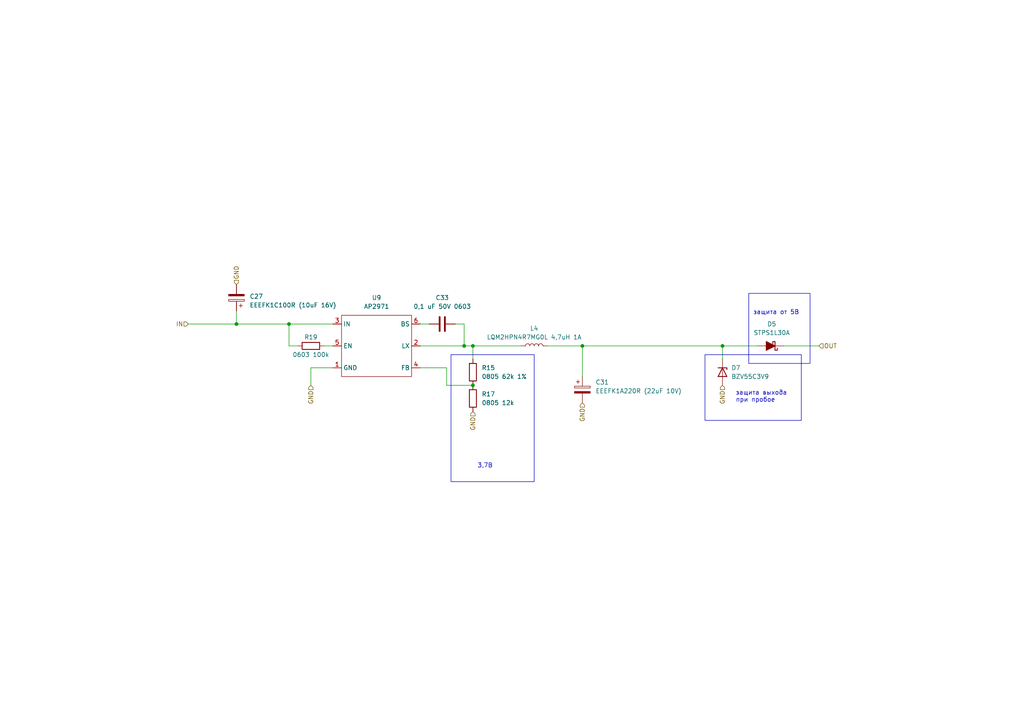
<source format=kicad_sch>
(kicad_sch (version 20230121) (generator eeschema)
  (paper "A4")
  (lib_symbols
    (symbol "Device:C" (pin_numbers hide) (pin_names (offset 0.254))
      (property "Reference" "C" (at 0.635 2.54 0))
      (property "Value" "C" (at 0.635 -2.54 0))
      (symbol "C_0_1"
        (polyline (pts (xy -2.032 -0.762) (xy 2.032 -0.762)) (stroke (width 0.508)))
        (polyline (pts (xy -2.032 0.762) (xy 2.032 0.762)) (stroke (width 0.508)))
      )
      (symbol "C_1_1"
        (pin passive line (at 0 3.81 270) (length 2.794) (name "~") (number "1"))
        (pin passive line (at 0 -3.81 90) (length 2.794) (name "~") (number "2"))
      )
    )
    (symbol "Device:C_Polarized" (pin_numbers hide) (pin_names (offset 0.254))
      (property "Reference" "C" (at 0.635 2.54 0))
      (property "Value" "C_Polarized" (at 0.635 -2.54 0))
      (symbol "C_Polarized_0_1"
        (rectangle (start -2.286 0.508) (end 2.286 1.016))
        (polyline (pts (xy -1.778 2.286) (xy -0.762 2.286)))
        (polyline (pts (xy -1.27 2.794) (xy -1.27 1.778)))
        (rectangle (start 2.286 -0.508) (end -2.286 -1.016) (fill (type outline)))
      )
      (symbol "C_Polarized_1_1"
        (pin passive line (at 0 3.81 270) (length 2.794) (name "~") (number "1"))
        (pin passive line (at 0 -3.81 90) (length 2.794) (name "~") (number "2"))
      )
    )
    (symbol "Device:L" (pin_numbers hide) (pin_names (offset 1.016) hide)
      (property "Reference" "L" (at -1.27 0 90))
      (property "Value" "L" (at 1.905 0 90))
      (symbol "L_0_1"
        (arc (start 0 -2.54) (mid 0.6323 -1.905) (end 0 -1.27))
        (arc (start 0 -1.27) (mid 0.6323 -0.635) (end 0 0))
        (arc (start 0 0) (mid 0.6323 0.635) (end 0 1.27))
        (arc (start 0 1.27) (mid 0.6323 1.905) (end 0 2.54))
      )
      (symbol "L_1_1"
        (pin passive line (at 0 3.81 270) (length 1.27) (name "1") (number "1"))
        (pin passive line (at 0 -3.81 90) (length 1.27) (name "2") (number "2"))
      )
    )
    (symbol "Device:R" (pin_numbers hide) (pin_names (offset 0))
      (property "Reference" "R" (at 2.032 0 90))
      (property "Value" "R" (at 0 0 90))
      (symbol "R_0_1"
        (rectangle (start -1.016 -2.54) (end 1.016 2.54) (stroke (width 0.254)))
      )
      (symbol "R_1_1"
        (pin passive line (at 0 3.81 270) (length 1.27) (name "~") (number "1"))
        (pin passive line (at 0 -3.81 90) (length 1.27) (name "~") (number "2"))
      )
    )
    (symbol "Diode:BZV55C3V9" (pin_numbers hide) (pin_names hide)
      (property "Reference" "D" (at 0 2.54 0))
      (property "Value" "BZV55C3V9" (at 0 -2.54 0))
      (symbol "BZV55C3V9_0_1"
        (polyline (pts (xy 1.27 0) (xy -1.27 0)))
        (polyline (pts (xy -1.27 -1.27) (xy -1.27 1.27) (xy -0.762 1.27)) (stroke (width 0.254)))
        (polyline (pts (xy 1.27 -1.27) (xy 1.27 1.27) (xy -1.27 0) (xy 1.27 -1.27)) (stroke (width 0.254)))
      )
      (symbol "BZV55C3V9_1_1"
        (pin passive line (at -3.81 0 0) (length 2.54) (name "K") (number "1"))
        (pin passive line (at 3.81 0 180) (length 2.54) (name "A") (number "2"))
      )
    )
    (symbol "PCM_Diode_Schottky_AKL:STPS1L30A" (pin_numbers hide) (pin_names (offset 1.016) hide)
      (property "Reference" "D" (at 0 5.08 0))
      (property "Value" "STPS1L30A" (at 0 2.54 0))
      (symbol "STPS1L30A_0_1"
        (polyline (pts (xy -1.27 0) (xy 1.27 0)))
        (polyline (pts (xy -1.27 -1.27) (xy -1.27 1.27) (xy 1.27 0) (xy -1.27 -1.27)) (stroke (width 0.254)) (fill (type outline)))
        (polyline (pts (xy 1.905 -0.635) (xy 1.905 -1.27) (xy 1.27 -1.27) (xy 1.27 1.27) (xy 0.635 1.27) (xy 0.635 0.635)) (stroke (width 0.254)))
      )
      (symbol "STPS1L30A_1_1"
        (pin passive line (at 3.81 0 180) (length 2.54) (name "K") (number "1"))
        (pin passive line (at -3.81 0 0) (length 2.54) (name "A") (number "2"))
      )
    )
    (symbol "Regulator_Switching:AP2971"
      (property "Reference" "U" (at 0 0 0))
      (property "Value" "AP2971" (at 0 -2.54 0))
      (symbol "AP2971_0_1"
        (rectangle (start -10.16 -3.81) (end 10.16 -21.59))
      )
      (symbol "AP2971_1_1"
        (pin input line (at -12.7 -19.05 0) (length 2.54) (name "GND") (number "1"))
        (pin input line (at 12.7 -12.7 180) (length 2.54) (name "LX") (number "2"))
        (pin input line (at -12.7 -6.35 0) (length 2.54) (name "IN") (number "3"))
        (pin input line (at 12.7 -19.05 180) (length 2.54) (name "FB") (number "4"))
        (pin input line (at -12.7 -12.7 0) (length 2.54) (name "EN") (number "5"))
        (pin input line (at 12.7 -6.35 180) (length 2.54) (name "BS") (number "6"))
      )
    )
  )
  (junction (at 168.91 100.33))
  (junction (at 68.58 93.98))
  (junction (at 137.16 100.33))
  (junction (at 134.62 100.33))
  (junction (at 83.82 93.98))
  (junction (at 137.16 111.76))
  (junction (at 209.55 100.33))
  (wire (pts (xy 168.91 100.33) (xy 209.55 100.33)))
  (wire (pts (xy 129.54 111.76) (xy 137.16 111.76)))
  (wire (pts (xy 209.55 100.33) (xy 219.71 100.33)))
  (wire (pts (xy 132.08 93.98) (xy 134.62 93.98)))
  (wire (pts (xy 96.52 106.68) (xy 90.17 106.68)))
  (wire (pts (xy 86.36 100.33) (xy 83.82 100.33)))
  (wire (pts (xy 168.91 100.33) (xy 168.91 109.22)))
  (wire (pts (xy 83.82 93.98) (xy 68.58 93.98)))
  (wire (pts (xy 209.55 104.14) (xy 209.55 100.33)))
  (wire (pts (xy 90.17 106.68) (xy 90.17 111.76)))
  (wire (pts (xy 121.92 106.68) (xy 129.54 106.68)))
  (wire (pts (xy 121.92 93.98) (xy 124.46 93.98)))
  (wire (pts (xy 83.82 100.33) (xy 83.82 93.98)))
  (wire (pts (xy 134.62 93.98) (xy 134.62 100.33)))
  (wire (pts (xy 227.33 100.33) (xy 237.49 100.33)))
  (wire (pts (xy 129.54 106.68) (xy 129.54 111.76)))
  (wire (pts (xy 137.16 104.14) (xy 137.16 100.33)))
  (wire (pts (xy 121.92 100.33) (xy 134.62 100.33)))
  (wire (pts (xy 137.16 100.33) (xy 151.13 100.33)))
  (wire (pts (xy 134.62 100.33) (xy 137.16 100.33)))
  (wire (pts (xy 93.98 100.33) (xy 96.52 100.33)))
  (wire (pts (xy 54.61 93.98) (xy 68.58 93.98)))
  (wire (pts (xy 68.58 90.17) (xy 68.58 93.98)))
  (wire (pts (xy 96.52 93.98) (xy 83.82 93.98)))
  (wire (pts (xy 168.91 100.33) (xy 158.75 100.33)))
  (rectangle (start 130.81 102.87) (end 154.94 139.7))
  (rectangle (start 204.47 102.87) (end 232.41 121.92))
  (rectangle (start 217.17 85.09) (end 234.95 105.41))
  (text "3,7В" (at 138.43 135.89 0) (effects (font (size 1.27 1.27)) (justify left bottom)))
  (text "защита от 5В" (at 218.44 91.44 0) (effects (font (size 1.27 1.27)) (justify left bottom)))
  (text "защита выхода\nпри пробое" (at 213.36 116.84 0) (effects (font (size 1.27 1.27)) (justify left bottom)))
  (hierarchical_label "OUT" (shape input) (at 237.49 100.33 0))
  (hierarchical_label "GND" (shape input) (at 68.58 82.55 90))
  (hierarchical_label "GND" (shape input) (at 168.91 116.84 270))
  (hierarchical_label "GND" (shape input) (at 209.55 111.76 270))
  (hierarchical_label "IN" (shape input) (at 54.61 93.98 180))
  (hierarchical_label "GND" (shape input) (at 90.17 111.76 270))
  (hierarchical_label "GND" (shape input) (at 137.16 119.38 270))
  (symbol (lib_id "Device:R") (at 137.16 107.95 180) (unit 1)
    (property "Reference" "R15" (at 139.7 106.68 0) (effects (justify right)))
    (property "Value" "0805 62k 1%" (at 139.7 109.22 0) (effects (justify right)))
    (property "Footprint" "Resistor_SMD:R_0805_2012Metric" (effects hide))
    (instances (project "Плата QR" (path "" (reference "R15") (unit 1)) (path "" (reference "R16") (unit 1))))
  )
  (symbol (lib_id "Diode:BZV55C3V9") (at 209.55 107.95 270) (unit 1)
    (property "Reference" "D7" (at 212.09 106.68 90) (effects (justify left)))
    (property "Value" "BZV55C3V9" (at 212.09 109.22 90) (effects (justify left)))
    (property "Footprint" "Diode_SMD:D_MiniMELF" (effects hide))
    (property "Datasheet" "https://assets.nexperia.com/documents/data-sheet/BZV55_SER.pdf" (effects hide))
    (instances (project "Плата QR" (path "" (reference "D7") (unit 1)) (path "" (reference "D8") (unit 1))))
  )
  (symbol (lib_id "Device:R") (at 137.16 115.57 180) (unit 1)
    (property "Reference" "R17" (at 139.7 114.3 0) (effects (justify right)))
    (property "Value" "0805 12k" (at 139.7 116.84 0) (effects (justify right)))
    (property "Footprint" "Resistor_SMD:R_0805_2012Metric" (effects hide))
    (instances (project "Плата QR" (path "" (reference "R17") (unit 1)) (path "" (reference "R18") (unit 1))))
  )
  (symbol (lib_id "Device:C") (at 128.27 93.98 90) (unit 1)
    (property "Reference" "C33" (at 128.27 86.36 90))
    (property "Value" "0,1 uF 50V 0603" (at 128.27 88.9 90))
    (property "Footprint" "Capacitor_SMD:C_0603_1608Metric_Pad1.08x0.95mm_HandSolder" (effects hide))
    (instances (project "Плата QR" (path "" (reference "C33") (unit 1)) (path "" (reference "C34") (unit 1))))
  )
  (symbol (lib_id "Device:L") (at 154.94 100.33 90) (unit 1)
    (property "Reference" "L4" (at 154.94 95.25 90))
    (property "Value" "LQM2HPN4R7MG0L 4,7uH 1A" (at 154.94 97.79 90))
    (property "Footprint" "PCM_Inductor_SMD_AKL:L_1008_2520Metric_Pad1.43x2.20mm_HandSolder" (effects hide))
    (property "Datasheet" "https://cdn.promelec.ru/upload/items/2020/06/01/JELF243B-0019.pdf?_gl=1*1jhdyjk*_ga*MTMzMTk4Mjc2LjE3MjIzNjEwMjY.*_ga_LY608YRQ43*MTcyMjU3Mzk5My4zLjEuMTcyMjU5NjA4My4wLjAuMA.." (effects hide))
    (instances (project "Плата QR" (path "" (reference "L4") (unit 1)) (path "" (reference "L5") (unit 1))))
  )
  (symbol (lib_id "Device:C_Polarized") (at 168.91 113.03 0) (unit 1)
    (property "Reference" "C31" (at 172.72 110.871 0) (effects (justify left)))
    (property "Value" "EEEFK1A220R (22uF 10V)" (at 172.72 113.411 0) (effects (justify left)))
    (property "Footprint" "Capacitor_SMD:CP_Elec_4x5.8" (effects hide))
    (instances (project "Плата QR" (path "" (reference "C31") (unit 1)) (path "" (reference "C32") (unit 1))))
  )
  (symbol (lib_id "Regulator_Switching:AP2971") (at 109.22 87.63 0) (unit 1)
    (property "Reference" "U9" (at 109.22 86.36 0))
    (property "Value" "AP2971" (at 109.22 88.9 0))
    (property "Footprint" "Package_TO_SOT_SMD:SOT-23-6" (effects hide))
    (property "Datasheet" "https://cdn.promelec.ru/upload/items/2023/07/12/AP2971_.pdf?_gl=1*f14kex*_ga*MTMzMTk4Mjc2LjE3MjIzNjEwMjY.*_ga_LY608YRQ43*MTcyMjU3Mzk5My4zLjEuMTcyMjU3NzY2NS4wLjAuMA.." (effects hide))
    (instances (project "Плата QR" (path "" (reference "U9") (unit 1)) (path "" (reference "U10") (unit 1))))
  )
  (symbol (lib_id "PCM_Diode_Schottky_AKL:STPS1L30A") (at 223.52 100.33 0) (unit 1)
    (property "Reference" "D5" (at 223.8375 93.98 0))
    (property "Value" "STPS1L30A" (at 223.8375 96.52 0))
    (property "Footprint" "Diode_SMD:D_SMA" (effects hide))
    (property "Datasheet" "https://www.tme.eu/Document/db6e659bbdb403bb0467e7bdd05bc1d0/STPS1L30A.pdf" (effects hide))
    (instances (project "Плата QR" (path "" (reference "D5") (unit 1)) (path "" (reference "D6") (unit 1))))
  )
  (symbol (lib_id "Device:C_Polarized") (at 68.58 86.36 180) (unit 1)
    (property "Reference" "C27" (at 72.39 85.979 0) (effects (justify right)))
    (property "Value" "EEEFK1C100R (10uF 16V)" (at 72.39 88.519 0) (effects (justify right)))
    (property "Footprint" "Capacitor_SMD:CP_Elec_4x5.8" (effects hide))
    (instances (project "Плата QR" (path "" (reference "C27") (unit 1)) (path "" (reference "C28") (unit 1))))
  )
  (symbol (lib_id "Device:R") (at 90.17 100.33 270) (unit 1)
    (property "Reference" "R19" (at 90.17 97.79 90))
    (property "Value" "0603 100k" (at 90.17 102.87 90))
    (property "Footprint" "Resistor_SMD:R_0603_1608Metric_Pad0.98x0.95mm_HandSolder" (effects hide))
    (instances (project "Плата QR" (path "" (reference "R19") (unit 1)) (path "" (reference "R20") (unit 1))))
  )
)
</source>
